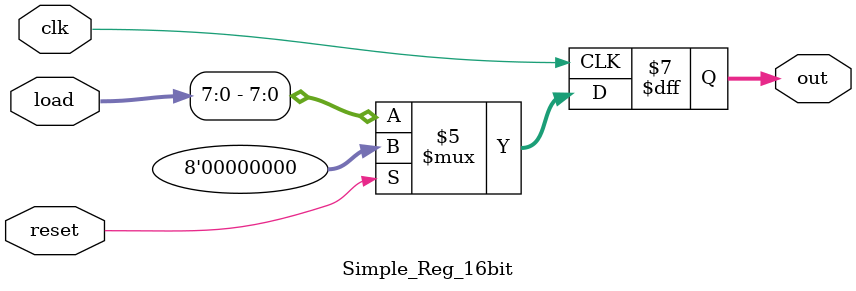
<source format=v>

module Simple_Reg_16bit #(parameter W=16)(clk, reset, load, out);

	input [W-1:0] load;
	input clk, reset;
	
	output reg [7:0] out;
	
	initial begin
		out <= 0;
	end
	
	always @ (posedge clk)
	begin
		//check reset
		if(reset == 1) begin
			out <= 0;
		end else begin
			out <= load[7:0];
		end
 	
	end
	
endmodule

</source>
